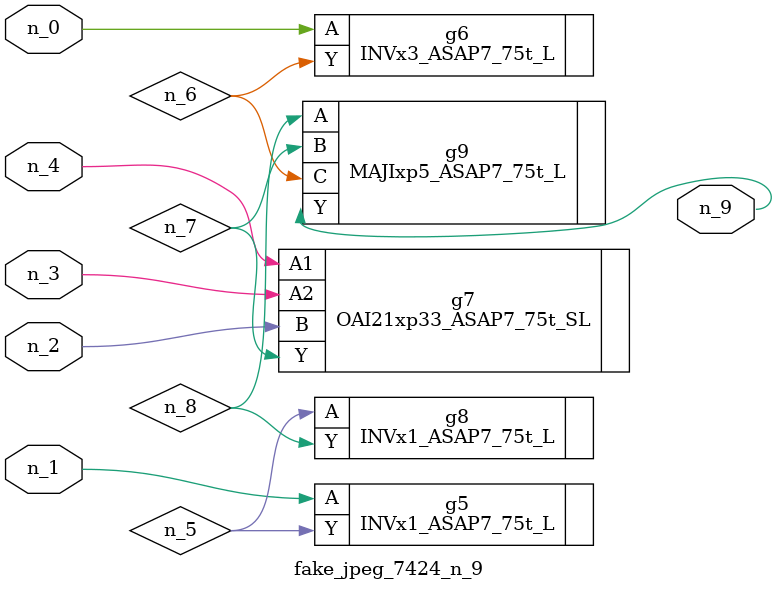
<source format=v>
module fake_jpeg_7424_n_9 (n_3, n_2, n_1, n_0, n_4, n_9);

input n_3;
input n_2;
input n_1;
input n_0;
input n_4;

output n_9;

wire n_8;
wire n_6;
wire n_5;
wire n_7;

INVx1_ASAP7_75t_L g5 ( 
.A(n_1),
.Y(n_5)
);

INVx3_ASAP7_75t_L g6 ( 
.A(n_0),
.Y(n_6)
);

OAI21xp33_ASAP7_75t_SL g7 ( 
.A1(n_4),
.A2(n_3),
.B(n_2),
.Y(n_7)
);

INVx1_ASAP7_75t_L g8 ( 
.A(n_5),
.Y(n_8)
);

MAJIxp5_ASAP7_75t_L g9 ( 
.A(n_8),
.B(n_7),
.C(n_6),
.Y(n_9)
);


endmodule
</source>
